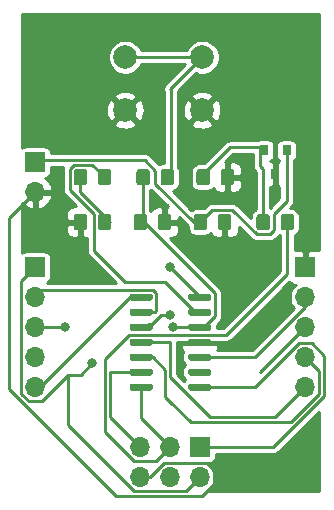
<source format=gbr>
%TF.GenerationSoftware,KiCad,Pcbnew,(5.1.6-0-10_14)*%
%TF.CreationDate,2020-10-01T20:29:49+09:00*%
%TF.ProjectId,hawk,6861776b-2e6b-4696-9361-645f70636258,rev?*%
%TF.SameCoordinates,Original*%
%TF.FileFunction,Copper,L1,Top*%
%TF.FilePolarity,Positive*%
%FSLAX46Y46*%
G04 Gerber Fmt 4.6, Leading zero omitted, Abs format (unit mm)*
G04 Created by KiCad (PCBNEW (5.1.6-0-10_14)) date 2020-10-01 20:29:49*
%MOMM*%
%LPD*%
G01*
G04 APERTURE LIST*
%TA.AperFunction,SMDPad,CuDef*%
%ADD10R,0.800000X0.900000*%
%TD*%
%TA.AperFunction,ComponentPad*%
%ADD11C,2.000000*%
%TD*%
%TA.AperFunction,ComponentPad*%
%ADD12O,1.700000X1.700000*%
%TD*%
%TA.AperFunction,ComponentPad*%
%ADD13R,1.700000X1.700000*%
%TD*%
%TA.AperFunction,ViaPad*%
%ADD14C,0.800000*%
%TD*%
%TA.AperFunction,Conductor*%
%ADD15C,0.250000*%
%TD*%
%TA.AperFunction,Conductor*%
%ADD16C,0.254000*%
%TD*%
G04 APERTURE END LIST*
D10*
%TO.P,U2,3*%
%TO.N,GND*%
X124460000Y-98790000D03*
%TO.P,U2,2*%
%TO.N,+3V3*%
X123510000Y-96790000D03*
%TO.P,U2,1*%
%TO.N,+BATT*%
X125410000Y-96790000D03*
%TD*%
%TO.P,U1,14*%
%TO.N,GPIO_3*%
%TA.AperFunction,SMDPad,CuDef*%
G36*
G01*
X117070000Y-109370000D02*
X117070000Y-109070000D01*
G75*
G02*
X117220000Y-108920000I150000J0D01*
G01*
X118870000Y-108920000D01*
G75*
G02*
X119020000Y-109070000I0J-150000D01*
G01*
X119020000Y-109370000D01*
G75*
G02*
X118870000Y-109520000I-150000J0D01*
G01*
X117220000Y-109520000D01*
G75*
G02*
X117070000Y-109370000I0J150000D01*
G01*
G37*
%TD.AperFunction*%
%TO.P,U1,13*%
%TO.N,LED*%
%TA.AperFunction,SMDPad,CuDef*%
G36*
G01*
X117070000Y-110640000D02*
X117070000Y-110340000D01*
G75*
G02*
X117220000Y-110190000I150000J0D01*
G01*
X118870000Y-110190000D01*
G75*
G02*
X119020000Y-110340000I0J-150000D01*
G01*
X119020000Y-110640000D01*
G75*
G02*
X118870000Y-110790000I-150000J0D01*
G01*
X117220000Y-110790000D01*
G75*
G02*
X117070000Y-110640000I0J150000D01*
G01*
G37*
%TD.AperFunction*%
%TO.P,U1,12*%
%TO.N,+3V3*%
%TA.AperFunction,SMDPad,CuDef*%
G36*
G01*
X117070000Y-111910000D02*
X117070000Y-111610000D01*
G75*
G02*
X117220000Y-111460000I150000J0D01*
G01*
X118870000Y-111460000D01*
G75*
G02*
X119020000Y-111610000I0J-150000D01*
G01*
X119020000Y-111910000D01*
G75*
G02*
X118870000Y-112060000I-150000J0D01*
G01*
X117220000Y-112060000D01*
G75*
G02*
X117070000Y-111910000I0J150000D01*
G01*
G37*
%TD.AperFunction*%
%TO.P,U1,11*%
%TO.N,GND*%
%TA.AperFunction,SMDPad,CuDef*%
G36*
G01*
X117070000Y-113180000D02*
X117070000Y-112880000D01*
G75*
G02*
X117220000Y-112730000I150000J0D01*
G01*
X118870000Y-112730000D01*
G75*
G02*
X119020000Y-112880000I0J-150000D01*
G01*
X119020000Y-113180000D01*
G75*
G02*
X118870000Y-113330000I-150000J0D01*
G01*
X117220000Y-113330000D01*
G75*
G02*
X117070000Y-113180000I0J150000D01*
G01*
G37*
%TD.AperFunction*%
%TO.P,U1,10*%
%TO.N,GPIO_8*%
%TA.AperFunction,SMDPad,CuDef*%
G36*
G01*
X117070000Y-114450000D02*
X117070000Y-114150000D01*
G75*
G02*
X117220000Y-114000000I150000J0D01*
G01*
X118870000Y-114000000D01*
G75*
G02*
X119020000Y-114150000I0J-150000D01*
G01*
X119020000Y-114450000D01*
G75*
G02*
X118870000Y-114600000I-150000J0D01*
G01*
X117220000Y-114600000D01*
G75*
G02*
X117070000Y-114450000I0J150000D01*
G01*
G37*
%TD.AperFunction*%
%TO.P,U1,9*%
%TO.N,GPIO_7*%
%TA.AperFunction,SMDPad,CuDef*%
G36*
G01*
X117070000Y-115720000D02*
X117070000Y-115420000D01*
G75*
G02*
X117220000Y-115270000I150000J0D01*
G01*
X118870000Y-115270000D01*
G75*
G02*
X119020000Y-115420000I0J-150000D01*
G01*
X119020000Y-115720000D01*
G75*
G02*
X118870000Y-115870000I-150000J0D01*
G01*
X117220000Y-115870000D01*
G75*
G02*
X117070000Y-115720000I0J150000D01*
G01*
G37*
%TD.AperFunction*%
%TO.P,U1,8*%
%TO.N,SWDIO*%
%TA.AperFunction,SMDPad,CuDef*%
G36*
G01*
X117070000Y-116990000D02*
X117070000Y-116690000D01*
G75*
G02*
X117220000Y-116540000I150000J0D01*
G01*
X118870000Y-116540000D01*
G75*
G02*
X119020000Y-116690000I0J-150000D01*
G01*
X119020000Y-116990000D01*
G75*
G02*
X118870000Y-117140000I-150000J0D01*
G01*
X117220000Y-117140000D01*
G75*
G02*
X117070000Y-116990000I0J150000D01*
G01*
G37*
%TD.AperFunction*%
%TO.P,U1,7*%
%TO.N,SWCLK*%
%TA.AperFunction,SMDPad,CuDef*%
G36*
G01*
X112120000Y-116990000D02*
X112120000Y-116690000D01*
G75*
G02*
X112270000Y-116540000I150000J0D01*
G01*
X113920000Y-116540000D01*
G75*
G02*
X114070000Y-116690000I0J-150000D01*
G01*
X114070000Y-116990000D01*
G75*
G02*
X113920000Y-117140000I-150000J0D01*
G01*
X112270000Y-117140000D01*
G75*
G02*
X112120000Y-116990000I0J150000D01*
G01*
G37*
%TD.AperFunction*%
%TO.P,U1,6*%
%TO.N,reset*%
%TA.AperFunction,SMDPad,CuDef*%
G36*
G01*
X112120000Y-115720000D02*
X112120000Y-115420000D01*
G75*
G02*
X112270000Y-115270000I150000J0D01*
G01*
X113920000Y-115270000D01*
G75*
G02*
X114070000Y-115420000I0J-150000D01*
G01*
X114070000Y-115720000D01*
G75*
G02*
X113920000Y-115870000I-150000J0D01*
G01*
X112270000Y-115870000D01*
G75*
G02*
X112120000Y-115720000I0J150000D01*
G01*
G37*
%TD.AperFunction*%
%TO.P,U1,5*%
%TO.N,GPIO_6*%
%TA.AperFunction,SMDPad,CuDef*%
G36*
G01*
X112120000Y-114450000D02*
X112120000Y-114150000D01*
G75*
G02*
X112270000Y-114000000I150000J0D01*
G01*
X113920000Y-114000000D01*
G75*
G02*
X114070000Y-114150000I0J-150000D01*
G01*
X114070000Y-114450000D01*
G75*
G02*
X113920000Y-114600000I-150000J0D01*
G01*
X112270000Y-114600000D01*
G75*
G02*
X112120000Y-114450000I0J150000D01*
G01*
G37*
%TD.AperFunction*%
%TO.P,U1,4*%
%TO.N,GPIO_5*%
%TA.AperFunction,SMDPad,CuDef*%
G36*
G01*
X112120000Y-113180000D02*
X112120000Y-112880000D01*
G75*
G02*
X112270000Y-112730000I150000J0D01*
G01*
X113920000Y-112730000D01*
G75*
G02*
X114070000Y-112880000I0J-150000D01*
G01*
X114070000Y-113180000D01*
G75*
G02*
X113920000Y-113330000I-150000J0D01*
G01*
X112270000Y-113330000D01*
G75*
G02*
X112120000Y-113180000I0J150000D01*
G01*
G37*
%TD.AperFunction*%
%TO.P,U1,3*%
%TO.N,GPIO_2*%
%TA.AperFunction,SMDPad,CuDef*%
G36*
G01*
X112120000Y-111910000D02*
X112120000Y-111610000D01*
G75*
G02*
X112270000Y-111460000I150000J0D01*
G01*
X113920000Y-111460000D01*
G75*
G02*
X114070000Y-111610000I0J-150000D01*
G01*
X114070000Y-111910000D01*
G75*
G02*
X113920000Y-112060000I-150000J0D01*
G01*
X112270000Y-112060000D01*
G75*
G02*
X112120000Y-111910000I0J150000D01*
G01*
G37*
%TD.AperFunction*%
%TO.P,U1,2*%
%TO.N,GPIO_1*%
%TA.AperFunction,SMDPad,CuDef*%
G36*
G01*
X112120000Y-110640000D02*
X112120000Y-110340000D01*
G75*
G02*
X112270000Y-110190000I150000J0D01*
G01*
X113920000Y-110190000D01*
G75*
G02*
X114070000Y-110340000I0J-150000D01*
G01*
X114070000Y-110640000D01*
G75*
G02*
X113920000Y-110790000I-150000J0D01*
G01*
X112270000Y-110790000D01*
G75*
G02*
X112120000Y-110640000I0J150000D01*
G01*
G37*
%TD.AperFunction*%
%TO.P,U1,1*%
%TO.N,GPIO_4*%
%TA.AperFunction,SMDPad,CuDef*%
G36*
G01*
X112120000Y-109370000D02*
X112120000Y-109070000D01*
G75*
G02*
X112270000Y-108920000I150000J0D01*
G01*
X113920000Y-108920000D01*
G75*
G02*
X114070000Y-109070000I0J-150000D01*
G01*
X114070000Y-109370000D01*
G75*
G02*
X113920000Y-109520000I-150000J0D01*
G01*
X112270000Y-109520000D01*
G75*
G02*
X112120000Y-109370000I0J150000D01*
G01*
G37*
%TD.AperFunction*%
%TD*%
D11*
%TO.P,SW1,1*%
%TO.N,reset*%
X118260000Y-88900000D03*
%TO.P,SW1,2*%
%TO.N,GND*%
X118260000Y-93400000D03*
%TO.P,SW1,1*%
%TO.N,reset*%
X111760000Y-88900000D03*
%TO.P,SW1,2*%
%TO.N,GND*%
X111760000Y-93400000D03*
%TD*%
%TO.P,R3,2*%
%TO.N,SWCLK*%
%TA.AperFunction,SMDPad,CuDef*%
G36*
G01*
X124910000Y-103320001D02*
X124910000Y-102419999D01*
G75*
G02*
X125159999Y-102170000I249999J0D01*
G01*
X125810001Y-102170000D01*
G75*
G02*
X126060000Y-102419999I0J-249999D01*
G01*
X126060000Y-103320001D01*
G75*
G02*
X125810001Y-103570000I-249999J0D01*
G01*
X125159999Y-103570000D01*
G75*
G02*
X124910000Y-103320001I0J249999D01*
G01*
G37*
%TD.AperFunction*%
%TO.P,R3,1*%
%TO.N,+3V3*%
%TA.AperFunction,SMDPad,CuDef*%
G36*
G01*
X122860000Y-103320001D02*
X122860000Y-102419999D01*
G75*
G02*
X123109999Y-102170000I249999J0D01*
G01*
X123760001Y-102170000D01*
G75*
G02*
X124010000Y-102419999I0J-249999D01*
G01*
X124010000Y-103320001D01*
G75*
G02*
X123760001Y-103570000I-249999J0D01*
G01*
X123109999Y-103570000D01*
G75*
G02*
X122860000Y-103320001I0J249999D01*
G01*
G37*
%TD.AperFunction*%
%TD*%
%TO.P,R2,2*%
%TO.N,Net-(D1-Pad1)*%
%TA.AperFunction,SMDPad,CuDef*%
G36*
G01*
X109425000Y-103320001D02*
X109425000Y-102419999D01*
G75*
G02*
X109674999Y-102170000I249999J0D01*
G01*
X110325001Y-102170000D01*
G75*
G02*
X110575000Y-102419999I0J-249999D01*
G01*
X110575000Y-103320001D01*
G75*
G02*
X110325001Y-103570000I-249999J0D01*
G01*
X109674999Y-103570000D01*
G75*
G02*
X109425000Y-103320001I0J249999D01*
G01*
G37*
%TD.AperFunction*%
%TO.P,R2,1*%
%TO.N,GND*%
%TA.AperFunction,SMDPad,CuDef*%
G36*
G01*
X107375000Y-103320001D02*
X107375000Y-102419999D01*
G75*
G02*
X107624999Y-102170000I249999J0D01*
G01*
X108275001Y-102170000D01*
G75*
G02*
X108525000Y-102419999I0J-249999D01*
G01*
X108525000Y-103320001D01*
G75*
G02*
X108275001Y-103570000I-249999J0D01*
G01*
X107624999Y-103570000D01*
G75*
G02*
X107375000Y-103320001I0J249999D01*
G01*
G37*
%TD.AperFunction*%
%TD*%
%TO.P,R1,2*%
%TO.N,reset*%
%TA.AperFunction,SMDPad,CuDef*%
G36*
G01*
X114750000Y-99510001D02*
X114750000Y-98609999D01*
G75*
G02*
X114999999Y-98360000I249999J0D01*
G01*
X115650001Y-98360000D01*
G75*
G02*
X115900000Y-98609999I0J-249999D01*
G01*
X115900000Y-99510001D01*
G75*
G02*
X115650001Y-99760000I-249999J0D01*
G01*
X114999999Y-99760000D01*
G75*
G02*
X114750000Y-99510001I0J249999D01*
G01*
G37*
%TD.AperFunction*%
%TO.P,R1,1*%
%TO.N,+3V3*%
%TA.AperFunction,SMDPad,CuDef*%
G36*
G01*
X112700000Y-99510001D02*
X112700000Y-98609999D01*
G75*
G02*
X112949999Y-98360000I249999J0D01*
G01*
X113600001Y-98360000D01*
G75*
G02*
X113850000Y-98609999I0J-249999D01*
G01*
X113850000Y-99510001D01*
G75*
G02*
X113600001Y-99760000I-249999J0D01*
G01*
X112949999Y-99760000D01*
G75*
G02*
X112700000Y-99510001I0J249999D01*
G01*
G37*
%TD.AperFunction*%
%TD*%
D12*
%TO.P,J3,2*%
%TO.N,GND*%
X104140000Y-100330000D03*
D13*
%TO.P,J3,1*%
%TO.N,+BATT*%
X104140000Y-97790000D03*
%TD*%
D12*
%TO.P,J2,5*%
%TO.N,GPIO_5*%
X127000000Y-116840000D03*
%TO.P,J2,4*%
%TO.N,GPIO_6*%
X127000000Y-114300000D03*
%TO.P,J2,3*%
%TO.N,GPIO_7*%
X127000000Y-111760000D03*
%TO.P,J2,2*%
%TO.N,GPIO_8*%
X127000000Y-109220000D03*
D13*
%TO.P,J2,1*%
%TO.N,GND*%
X127000000Y-106680000D03*
%TD*%
D12*
%TO.P,J1,5*%
%TO.N,GPIO_4*%
X104140000Y-116840000D03*
%TO.P,J1,4*%
%TO.N,GPIO_3*%
X104140000Y-114300000D03*
%TO.P,J1,3*%
%TO.N,GPIO_2*%
X104140000Y-111760000D03*
%TO.P,J1,2*%
%TO.N,GPIO_1*%
X104140000Y-109220000D03*
D13*
%TO.P,J1,1*%
%TO.N,+3V3*%
X104140000Y-106680000D03*
%TD*%
D12*
%TO.P,J0,6*%
%TO.N,GND*%
X113030000Y-124460000D03*
%TO.P,J0,5*%
%TO.N,reset*%
X113030000Y-121920000D03*
%TO.P,J0,4*%
%TO.N,Net-(J0-Pad4)*%
X115570000Y-124460000D03*
%TO.P,J0,3*%
%TO.N,SWCLK*%
X115570000Y-121920000D03*
%TO.P,J0,2*%
%TO.N,+3V3*%
X118110000Y-124460000D03*
D13*
%TO.P,J0,1*%
%TO.N,SWDIO*%
X118110000Y-121920000D03*
%TD*%
%TO.P,D1,2*%
%TO.N,LED*%
%TA.AperFunction,SMDPad,CuDef*%
G36*
G01*
X109425000Y-99510001D02*
X109425000Y-98609999D01*
G75*
G02*
X109674999Y-98360000I249999J0D01*
G01*
X110325001Y-98360000D01*
G75*
G02*
X110575000Y-98609999I0J-249999D01*
G01*
X110575000Y-99510001D01*
G75*
G02*
X110325001Y-99760000I-249999J0D01*
G01*
X109674999Y-99760000D01*
G75*
G02*
X109425000Y-99510001I0J249999D01*
G01*
G37*
%TD.AperFunction*%
%TO.P,D1,1*%
%TO.N,Net-(D1-Pad1)*%
%TA.AperFunction,SMDPad,CuDef*%
G36*
G01*
X107375000Y-99510001D02*
X107375000Y-98609999D01*
G75*
G02*
X107624999Y-98360000I249999J0D01*
G01*
X108275001Y-98360000D01*
G75*
G02*
X108525000Y-98609999I0J-249999D01*
G01*
X108525000Y-99510001D01*
G75*
G02*
X108275001Y-99760000I-249999J0D01*
G01*
X107624999Y-99760000D01*
G75*
G02*
X107375000Y-99510001I0J249999D01*
G01*
G37*
%TD.AperFunction*%
%TD*%
%TO.P,C3,2*%
%TO.N,GND*%
%TA.AperFunction,SMDPad,CuDef*%
G36*
G01*
X114505000Y-103320001D02*
X114505000Y-102419999D01*
G75*
G02*
X114754999Y-102170000I249999J0D01*
G01*
X115405001Y-102170000D01*
G75*
G02*
X115655000Y-102419999I0J-249999D01*
G01*
X115655000Y-103320001D01*
G75*
G02*
X115405001Y-103570000I-249999J0D01*
G01*
X114754999Y-103570000D01*
G75*
G02*
X114505000Y-103320001I0J249999D01*
G01*
G37*
%TD.AperFunction*%
%TO.P,C3,1*%
%TO.N,+3V3*%
%TA.AperFunction,SMDPad,CuDef*%
G36*
G01*
X112455000Y-103320001D02*
X112455000Y-102419999D01*
G75*
G02*
X112704999Y-102170000I249999J0D01*
G01*
X113355001Y-102170000D01*
G75*
G02*
X113605000Y-102419999I0J-249999D01*
G01*
X113605000Y-103320001D01*
G75*
G02*
X113355001Y-103570000I-249999J0D01*
G01*
X112704999Y-103570000D01*
G75*
G02*
X112455000Y-103320001I0J249999D01*
G01*
G37*
%TD.AperFunction*%
%TD*%
%TO.P,C2,2*%
%TO.N,GND*%
%TA.AperFunction,SMDPad,CuDef*%
G36*
G01*
X119585000Y-103320001D02*
X119585000Y-102419999D01*
G75*
G02*
X119834999Y-102170000I249999J0D01*
G01*
X120485001Y-102170000D01*
G75*
G02*
X120735000Y-102419999I0J-249999D01*
G01*
X120735000Y-103320001D01*
G75*
G02*
X120485001Y-103570000I-249999J0D01*
G01*
X119834999Y-103570000D01*
G75*
G02*
X119585000Y-103320001I0J249999D01*
G01*
G37*
%TD.AperFunction*%
%TO.P,C2,1*%
%TO.N,+BATT*%
%TA.AperFunction,SMDPad,CuDef*%
G36*
G01*
X117535000Y-103320001D02*
X117535000Y-102419999D01*
G75*
G02*
X117784999Y-102170000I249999J0D01*
G01*
X118435001Y-102170000D01*
G75*
G02*
X118685000Y-102419999I0J-249999D01*
G01*
X118685000Y-103320001D01*
G75*
G02*
X118435001Y-103570000I-249999J0D01*
G01*
X117784999Y-103570000D01*
G75*
G02*
X117535000Y-103320001I0J249999D01*
G01*
G37*
%TD.AperFunction*%
%TD*%
%TO.P,C1,2*%
%TO.N,GND*%
%TA.AperFunction,SMDPad,CuDef*%
G36*
G01*
X119830000Y-99510001D02*
X119830000Y-98609999D01*
G75*
G02*
X120079999Y-98360000I249999J0D01*
G01*
X120730001Y-98360000D01*
G75*
G02*
X120980000Y-98609999I0J-249999D01*
G01*
X120980000Y-99510001D01*
G75*
G02*
X120730001Y-99760000I-249999J0D01*
G01*
X120079999Y-99760000D01*
G75*
G02*
X119830000Y-99510001I0J249999D01*
G01*
G37*
%TD.AperFunction*%
%TO.P,C1,1*%
%TO.N,+3V3*%
%TA.AperFunction,SMDPad,CuDef*%
G36*
G01*
X117780000Y-99510001D02*
X117780000Y-98609999D01*
G75*
G02*
X118029999Y-98360000I249999J0D01*
G01*
X118680001Y-98360000D01*
G75*
G02*
X118930000Y-98609999I0J-249999D01*
G01*
X118930000Y-99510001D01*
G75*
G02*
X118680001Y-99760000I-249999J0D01*
G01*
X118029999Y-99760000D01*
G75*
G02*
X117780000Y-99510001I0J249999D01*
G01*
G37*
%TD.AperFunction*%
%TD*%
D14*
%TO.N,GND*%
X104140000Y-87630000D03*
X104140000Y-90170000D03*
X104140000Y-92710000D03*
X104140000Y-95250000D03*
X127000000Y-87630000D03*
X127000000Y-90170000D03*
X127000000Y-92710000D03*
X127000000Y-95250000D03*
X107950000Y-86360000D03*
X110490000Y-86360000D03*
X114300000Y-86360000D03*
X118110000Y-86360000D03*
X120650000Y-86360000D03*
X123190000Y-86360000D03*
X125730000Y-86360000D03*
X105410000Y-86360000D03*
%TO.N,+3V3*%
X115824000Y-111760000D03*
X108966000Y-114808000D03*
%TO.N,GPIO_3*%
X115570000Y-106680000D03*
%TO.N,GPIO_2*%
X106680000Y-111760000D03*
X115570000Y-110744000D03*
%TD*%
D15*
%TO.N,GND*%
X101950010Y-117025422D02*
X101950010Y-102519990D01*
X118223991Y-126085011D02*
X111009599Y-126085011D01*
X111009599Y-126085011D02*
X101950010Y-117025422D01*
X119285001Y-125024001D02*
X118223991Y-126085011D01*
X119285001Y-123895999D02*
X119285001Y-125024001D01*
X118674001Y-123284999D02*
X119285001Y-123895999D01*
X113030000Y-124460000D02*
X113830998Y-124460000D01*
X115005999Y-123284999D02*
X118674001Y-123284999D01*
X113830998Y-124460000D02*
X115005999Y-123284999D01*
X101950010Y-102519990D02*
X104140000Y-100330000D01*
%TO.N,+3V3*%
X113275000Y-99060000D02*
X113275000Y-102625000D01*
X118355000Y-99060000D02*
X118355000Y-98815000D01*
X118355000Y-98815000D02*
X120650000Y-96520000D01*
X120650000Y-96520000D02*
X123190000Y-96520000D01*
X123435000Y-98379998D02*
X123190000Y-98134998D01*
X123435000Y-102870000D02*
X123435000Y-98379998D01*
X123190000Y-98134998D02*
X123190000Y-96520000D01*
X102964999Y-107855001D02*
X102964999Y-117404001D01*
X103575999Y-118015001D02*
X104704001Y-118015001D01*
X102964999Y-117404001D02*
X103575999Y-118015001D01*
X104140000Y-106680000D02*
X102964999Y-107855001D01*
X119345010Y-110836758D02*
X118421768Y-111760000D01*
X119345010Y-108873242D02*
X119345010Y-110836758D01*
X113341768Y-102870000D02*
X119345010Y-108873242D01*
X113030000Y-102870000D02*
X113341768Y-102870000D01*
X118421768Y-111760000D02*
X118110000Y-111760000D01*
X116934999Y-125635001D02*
X112465999Y-125635001D01*
X106914501Y-120083503D02*
X106914501Y-115804501D01*
X112465999Y-125635001D02*
X106914501Y-120083503D01*
X118110000Y-124460000D02*
X116934999Y-125635001D01*
X104704001Y-118015001D02*
X106914501Y-115804501D01*
X106914501Y-115804501D02*
X107969499Y-115804501D01*
X107969499Y-115804501D02*
X108966000Y-114808000D01*
X108966000Y-114808000D02*
X108966000Y-114808000D01*
X118045000Y-111760000D02*
X117602000Y-111760000D01*
X118045000Y-111760000D02*
X116586000Y-111760000D01*
X115824000Y-111760000D02*
X116586000Y-111760000D01*
%TO.N,+BATT*%
X120821800Y-101844990D02*
X119135010Y-101844990D01*
X122871820Y-103895010D02*
X120821800Y-101844990D01*
X124335010Y-102181820D02*
X124335010Y-103558180D01*
X124335010Y-103558180D02*
X123998180Y-103895010D01*
X125410000Y-96790000D02*
X125410000Y-101106830D01*
X125410000Y-101106830D02*
X124335010Y-102181820D01*
X123998180Y-103895010D02*
X122871820Y-103895010D01*
X119135010Y-101844990D02*
X118110000Y-102870000D01*
X114300000Y-99623190D02*
X117546810Y-102870000D01*
X113388170Y-97584980D02*
X114300000Y-98496810D01*
X114300000Y-98496810D02*
X114300000Y-99623190D01*
X104345020Y-97584980D02*
X113388170Y-97584980D01*
X104140000Y-97790000D02*
X104345020Y-97584980D01*
X117546810Y-102870000D02*
X118110000Y-102870000D01*
%TO.N,LED*%
X109099990Y-102181820D02*
X109099990Y-105289990D01*
X110000000Y-99060000D02*
X108974990Y-98034990D01*
X107049990Y-100131820D02*
X109099990Y-102181820D01*
X107049990Y-98371820D02*
X107049990Y-100131820D01*
X107386820Y-98034990D02*
X107049990Y-98371820D01*
X109099990Y-105289990D02*
X111760000Y-107950000D01*
X108974990Y-98034990D02*
X107386820Y-98034990D01*
X115128232Y-107950000D02*
X117668232Y-110490000D01*
X111760000Y-107950000D02*
X115128232Y-107950000D01*
%TO.N,Net-(D1-Pad1)*%
X110000000Y-102870000D02*
X110000000Y-102380000D01*
X107950000Y-99060000D02*
X107950000Y-100330000D01*
X107950000Y-100330000D02*
X110490000Y-102870000D01*
%TO.N,reset*%
X113095000Y-115570000D02*
X110490000Y-115570000D01*
X110490000Y-115570000D02*
X110490000Y-119380000D01*
X110490000Y-119380000D02*
X113030000Y-121920000D01*
X111760000Y-88900000D02*
X118110000Y-88900000D01*
X118260000Y-88900000D02*
X115645000Y-91515000D01*
X115645000Y-91515000D02*
X115645000Y-98985000D01*
X115645000Y-91515000D02*
X115570000Y-91590000D01*
%TO.N,SWCLK*%
X113095000Y-116840000D02*
X113095000Y-119445000D01*
X113095000Y-119445000D02*
X115570000Y-121920000D01*
X112465999Y-123095001D02*
X114394999Y-123095001D01*
X110039991Y-120668993D02*
X112465999Y-123095001D01*
X110039991Y-114438241D02*
X110039991Y-120668993D01*
X112073242Y-112404990D02*
X110039991Y-114438241D01*
X120316778Y-112404990D02*
X112073242Y-112404990D01*
X125485000Y-107236768D02*
X120316778Y-112404990D01*
X125485000Y-102870000D02*
X125485000Y-107236768D01*
X114394999Y-123095001D02*
X115570000Y-121920000D01*
%TO.N,SWDIO*%
X126435999Y-113124999D02*
X122720998Y-116840000D01*
X118110000Y-121920000D02*
X124295412Y-121920000D01*
X127564001Y-113124999D02*
X126435999Y-113124999D01*
X128625011Y-114186009D02*
X127564001Y-113124999D01*
X128625011Y-117590401D02*
X128625011Y-114186009D01*
X124295412Y-121920000D02*
X128625011Y-117590401D01*
X122720998Y-116840000D02*
X118110000Y-116840000D01*
%TO.N,GPIO_4*%
X112120000Y-109220000D02*
X104500000Y-116840000D01*
X113095000Y-109220000D02*
X112120000Y-109220000D01*
X104500000Y-116840000D02*
X104140000Y-116840000D01*
%TO.N,GPIO_3*%
X118045000Y-109220000D02*
X118110000Y-109220000D01*
X118110000Y-109220000D02*
X115570000Y-106680000D01*
%TO.N,GPIO_2*%
X104140000Y-111760000D02*
X106680000Y-111760000D01*
X106680000Y-111760000D02*
X106680000Y-111760000D01*
X115570000Y-110744000D02*
X114808000Y-110744000D01*
X114808000Y-110744000D02*
X114046000Y-111506000D01*
X114046000Y-111506000D02*
X113792000Y-111506000D01*
X113792000Y-111506000D02*
X113538000Y-111760000D01*
%TO.N,GPIO_1*%
X113095000Y-110490000D02*
X114300000Y-110490000D01*
X114116758Y-108594990D02*
X104765010Y-108594990D01*
X114395010Y-108873242D02*
X114116758Y-108594990D01*
X114395010Y-110394990D02*
X114395010Y-108873242D01*
X114300000Y-110490000D02*
X114395010Y-110394990D01*
X104765010Y-108594990D02*
X104140000Y-109220000D01*
%TO.N,GPIO_5*%
X127000000Y-116840000D02*
X124460000Y-119380000D01*
X118938232Y-119380000D02*
X115570000Y-116011768D01*
X124460000Y-119380000D02*
X118938232Y-119380000D01*
X115570000Y-116011768D02*
X115570000Y-113030000D01*
X115570000Y-113030000D02*
X113030000Y-113030000D01*
%TO.N,GPIO_6*%
X115119990Y-115349990D02*
X115119990Y-117659990D01*
X114070000Y-114300000D02*
X115119990Y-115349990D01*
X113095000Y-114300000D02*
X114070000Y-114300000D01*
X115119990Y-117659990D02*
X115570000Y-118110000D01*
X128175001Y-117404001D02*
X125748993Y-119830009D01*
X128175001Y-115475001D02*
X128175001Y-117404001D01*
X125748993Y-119830009D02*
X117290009Y-119830009D01*
X127000000Y-114300000D02*
X128175001Y-115475001D01*
X117290009Y-119830009D02*
X115570000Y-118110000D01*
%TO.N,GPIO_7*%
X127000000Y-111760000D02*
X123190000Y-115570000D01*
%TO.N,GPIO_8*%
X122720998Y-114300000D02*
X127000000Y-110020998D01*
X118045000Y-114300000D02*
X122720998Y-114300000D01*
%TD*%
D16*
%TO.N,GND*%
G36*
X128143000Y-125603000D02*
G01*
X118787916Y-125603000D01*
X118955913Y-125490748D01*
X119140748Y-125305913D01*
X119285972Y-125088570D01*
X119386004Y-124847072D01*
X119437000Y-124590698D01*
X119437000Y-124329302D01*
X119386004Y-124072928D01*
X119285972Y-123831430D01*
X119140748Y-123614087D01*
X118955913Y-123429252D01*
X118738570Y-123284028D01*
X118654746Y-123249307D01*
X118960000Y-123249307D01*
X119053508Y-123240097D01*
X119143423Y-123212822D01*
X119226289Y-123168529D01*
X119298921Y-123108921D01*
X119358529Y-123036289D01*
X119402822Y-122953423D01*
X119430097Y-122863508D01*
X119439307Y-122770000D01*
X119439307Y-122522000D01*
X124265856Y-122522000D01*
X124295412Y-122524911D01*
X124324968Y-122522000D01*
X124324978Y-122522000D01*
X124413424Y-122513289D01*
X124526902Y-122478866D01*
X124631483Y-122422966D01*
X124723149Y-122347737D01*
X124742001Y-122324766D01*
X128143000Y-118923768D01*
X128143000Y-125603000D01*
G37*
X128143000Y-125603000D02*
X118787916Y-125603000D01*
X118955913Y-125490748D01*
X119140748Y-125305913D01*
X119285972Y-125088570D01*
X119386004Y-124847072D01*
X119437000Y-124590698D01*
X119437000Y-124329302D01*
X119386004Y-124072928D01*
X119285972Y-123831430D01*
X119140748Y-123614087D01*
X118955913Y-123429252D01*
X118738570Y-123284028D01*
X118654746Y-123249307D01*
X118960000Y-123249307D01*
X119053508Y-123240097D01*
X119143423Y-123212822D01*
X119226289Y-123168529D01*
X119298921Y-123108921D01*
X119358529Y-123036289D01*
X119402822Y-122953423D01*
X119430097Y-122863508D01*
X119439307Y-122770000D01*
X119439307Y-122522000D01*
X124265856Y-122522000D01*
X124295412Y-122524911D01*
X124324968Y-122522000D01*
X124324978Y-122522000D01*
X124413424Y-122513289D01*
X124526902Y-122478866D01*
X124631483Y-122422966D01*
X124723149Y-122347737D01*
X124742001Y-122324766D01*
X128143000Y-118923768D01*
X128143000Y-125603000D01*
G36*
X113157000Y-124333000D02*
G01*
X113177000Y-124333000D01*
X113177000Y-124587000D01*
X113157000Y-124587000D01*
X113157000Y-124607000D01*
X112903000Y-124607000D01*
X112903000Y-124587000D01*
X112883000Y-124587000D01*
X112883000Y-124333000D01*
X112903000Y-124333000D01*
X112903000Y-124313000D01*
X113157000Y-124313000D01*
X113157000Y-124333000D01*
G37*
X113157000Y-124333000D02*
X113177000Y-124333000D01*
X113177000Y-124587000D01*
X113157000Y-124587000D01*
X113157000Y-124607000D01*
X112903000Y-124607000D01*
X112903000Y-124587000D01*
X112883000Y-124587000D01*
X112883000Y-124333000D01*
X112903000Y-124333000D01*
X112903000Y-124313000D01*
X113157000Y-124313000D01*
X113157000Y-124333000D01*
G36*
X125698815Y-107981185D02*
G01*
X125795506Y-108060537D01*
X125905820Y-108119502D01*
X126025518Y-108155812D01*
X126150000Y-108168072D01*
X126186079Y-108167876D01*
X126154087Y-108189252D01*
X125969252Y-108374087D01*
X125824028Y-108591430D01*
X125723996Y-108832928D01*
X125673000Y-109089302D01*
X125673000Y-109350698D01*
X125723996Y-109607072D01*
X125824028Y-109848570D01*
X125969252Y-110065913D01*
X126036491Y-110133152D01*
X122471643Y-113698000D01*
X119539453Y-113698000D01*
X119550537Y-113684494D01*
X119609502Y-113574180D01*
X119645812Y-113454482D01*
X119658072Y-113330000D01*
X119655000Y-113315750D01*
X119496250Y-113157000D01*
X118172000Y-113157000D01*
X118172000Y-113177000D01*
X117918000Y-113177000D01*
X117918000Y-113157000D01*
X116593750Y-113157000D01*
X116435000Y-113315750D01*
X116431928Y-113330000D01*
X116444188Y-113454482D01*
X116480498Y-113574180D01*
X116539463Y-113684494D01*
X116618815Y-113781185D01*
X116680117Y-113831494D01*
X116638596Y-113909175D01*
X116602785Y-114027228D01*
X116590693Y-114150000D01*
X116590693Y-114450000D01*
X116602785Y-114572772D01*
X116638596Y-114690825D01*
X116696750Y-114799624D01*
X116775013Y-114894987D01*
X116823769Y-114935000D01*
X116775013Y-114975013D01*
X116696750Y-115070376D01*
X116638596Y-115179175D01*
X116602785Y-115297228D01*
X116590693Y-115420000D01*
X116590693Y-115720000D01*
X116602785Y-115842772D01*
X116638596Y-115960825D01*
X116696750Y-116069624D01*
X116775013Y-116164987D01*
X116823769Y-116205000D01*
X116775013Y-116245013D01*
X116720736Y-116311149D01*
X116172000Y-115762413D01*
X116172000Y-113059566D01*
X116174912Y-113030000D01*
X116172646Y-113006990D01*
X120287222Y-113006990D01*
X120316778Y-113009901D01*
X120346334Y-113006990D01*
X120346344Y-113006990D01*
X120434790Y-112998279D01*
X120548268Y-112963856D01*
X120652849Y-112907956D01*
X120744515Y-112832727D01*
X120763367Y-112809756D01*
X125650640Y-107922484D01*
X125698815Y-107981185D01*
G37*
X125698815Y-107981185D02*
X125795506Y-108060537D01*
X125905820Y-108119502D01*
X126025518Y-108155812D01*
X126150000Y-108168072D01*
X126186079Y-108167876D01*
X126154087Y-108189252D01*
X125969252Y-108374087D01*
X125824028Y-108591430D01*
X125723996Y-108832928D01*
X125673000Y-109089302D01*
X125673000Y-109350698D01*
X125723996Y-109607072D01*
X125824028Y-109848570D01*
X125969252Y-110065913D01*
X126036491Y-110133152D01*
X122471643Y-113698000D01*
X119539453Y-113698000D01*
X119550537Y-113684494D01*
X119609502Y-113574180D01*
X119645812Y-113454482D01*
X119658072Y-113330000D01*
X119655000Y-113315750D01*
X119496250Y-113157000D01*
X118172000Y-113157000D01*
X118172000Y-113177000D01*
X117918000Y-113177000D01*
X117918000Y-113157000D01*
X116593750Y-113157000D01*
X116435000Y-113315750D01*
X116431928Y-113330000D01*
X116444188Y-113454482D01*
X116480498Y-113574180D01*
X116539463Y-113684494D01*
X116618815Y-113781185D01*
X116680117Y-113831494D01*
X116638596Y-113909175D01*
X116602785Y-114027228D01*
X116590693Y-114150000D01*
X116590693Y-114450000D01*
X116602785Y-114572772D01*
X116638596Y-114690825D01*
X116696750Y-114799624D01*
X116775013Y-114894987D01*
X116823769Y-114935000D01*
X116775013Y-114975013D01*
X116696750Y-115070376D01*
X116638596Y-115179175D01*
X116602785Y-115297228D01*
X116590693Y-115420000D01*
X116590693Y-115720000D01*
X116602785Y-115842772D01*
X116638596Y-115960825D01*
X116696750Y-116069624D01*
X116775013Y-116164987D01*
X116823769Y-116205000D01*
X116775013Y-116245013D01*
X116720736Y-116311149D01*
X116172000Y-115762413D01*
X116172000Y-113059566D01*
X116174912Y-113030000D01*
X116172646Y-113006990D01*
X120287222Y-113006990D01*
X120316778Y-113009901D01*
X120346334Y-113006990D01*
X120346344Y-113006990D01*
X120434790Y-112998279D01*
X120548268Y-112963856D01*
X120652849Y-112907956D01*
X120744515Y-112832727D01*
X120763367Y-112809756D01*
X125650640Y-107922484D01*
X125698815Y-107981185D01*
G36*
X115363102Y-101537648D02*
G01*
X115207000Y-101693750D01*
X115207000Y-102743000D01*
X116131250Y-102743000D01*
X116290000Y-102584250D01*
X116290881Y-102465427D01*
X117055693Y-103230239D01*
X117055693Y-103320001D01*
X117069706Y-103462282D01*
X117111208Y-103599094D01*
X117178603Y-103725182D01*
X117269302Y-103835698D01*
X117379818Y-103926397D01*
X117505906Y-103993792D01*
X117642718Y-104035294D01*
X117784999Y-104049307D01*
X118435001Y-104049307D01*
X118577282Y-104035294D01*
X118714094Y-103993792D01*
X118840182Y-103926397D01*
X118950698Y-103835698D01*
X118988174Y-103790034D01*
X118995498Y-103814180D01*
X119054463Y-103924494D01*
X119133815Y-104021185D01*
X119230506Y-104100537D01*
X119340820Y-104159502D01*
X119460518Y-104195812D01*
X119585000Y-104208072D01*
X119874250Y-104205000D01*
X120033000Y-104046250D01*
X120033000Y-102997000D01*
X120013000Y-102997000D01*
X120013000Y-102743000D01*
X120033000Y-102743000D01*
X120033000Y-102723000D01*
X120287000Y-102723000D01*
X120287000Y-102743000D01*
X120307000Y-102743000D01*
X120307000Y-102997000D01*
X120287000Y-102997000D01*
X120287000Y-104046250D01*
X120445750Y-104205000D01*
X120735000Y-104208072D01*
X120859482Y-104195812D01*
X120979180Y-104159502D01*
X121089494Y-104100537D01*
X121186185Y-104021185D01*
X121265537Y-103924494D01*
X121324502Y-103814180D01*
X121360812Y-103694482D01*
X121373072Y-103570000D01*
X121370663Y-103245209D01*
X122425240Y-104299787D01*
X122444083Y-104322747D01*
X122467043Y-104341590D01*
X122467047Y-104341594D01*
X122522736Y-104387296D01*
X122535749Y-104397976D01*
X122640330Y-104453876D01*
X122753808Y-104488299D01*
X122842254Y-104497010D01*
X122842263Y-104497010D01*
X122871819Y-104499921D01*
X122901376Y-104497010D01*
X123968624Y-104497010D01*
X123998180Y-104499921D01*
X124027736Y-104497010D01*
X124027746Y-104497010D01*
X124116192Y-104488299D01*
X124229670Y-104453876D01*
X124334251Y-104397976D01*
X124425917Y-104322747D01*
X124444769Y-104299776D01*
X124739776Y-104004769D01*
X124762747Y-103985917D01*
X124794283Y-103947491D01*
X124880906Y-103993792D01*
X124883000Y-103994427D01*
X124883001Y-106987411D01*
X120067423Y-111802990D01*
X119499307Y-111802990D01*
X119499307Y-111610000D01*
X119492476Y-111540648D01*
X119749787Y-111283338D01*
X119772747Y-111264495D01*
X119791590Y-111241535D01*
X119791594Y-111241531D01*
X119847975Y-111172830D01*
X119847976Y-111172829D01*
X119903876Y-111068248D01*
X119938299Y-110954770D01*
X119947010Y-110866324D01*
X119947010Y-110866315D01*
X119949921Y-110836759D01*
X119947010Y-110807202D01*
X119947010Y-108902798D01*
X119949921Y-108873241D01*
X119947010Y-108843685D01*
X119947010Y-108843676D01*
X119938299Y-108755230D01*
X119903876Y-108641752D01*
X119847976Y-108537171D01*
X119837296Y-108524158D01*
X119791594Y-108468469D01*
X119791590Y-108468465D01*
X119772747Y-108445505D01*
X119749788Y-108426663D01*
X115529867Y-104206743D01*
X115655000Y-104208072D01*
X115779482Y-104195812D01*
X115899180Y-104159502D01*
X116009494Y-104100537D01*
X116106185Y-104021185D01*
X116185537Y-103924494D01*
X116244502Y-103814180D01*
X116280812Y-103694482D01*
X116293072Y-103570000D01*
X116290000Y-103155750D01*
X116131250Y-102997000D01*
X115207000Y-102997000D01*
X115207000Y-103017000D01*
X114953000Y-103017000D01*
X114953000Y-102997000D01*
X114933000Y-102997000D01*
X114933000Y-102743000D01*
X114953000Y-102743000D01*
X114953000Y-101693750D01*
X114794250Y-101535000D01*
X114505000Y-101531928D01*
X114380518Y-101544188D01*
X114260820Y-101580498D01*
X114150506Y-101639463D01*
X114053815Y-101718815D01*
X113974463Y-101815506D01*
X113915498Y-101925820D01*
X113908174Y-101949966D01*
X113877000Y-101911981D01*
X113877000Y-100184427D01*
X113879094Y-100183792D01*
X113963911Y-100138456D01*
X115363102Y-101537648D01*
G37*
X115363102Y-101537648D02*
X115207000Y-101693750D01*
X115207000Y-102743000D01*
X116131250Y-102743000D01*
X116290000Y-102584250D01*
X116290881Y-102465427D01*
X117055693Y-103230239D01*
X117055693Y-103320001D01*
X117069706Y-103462282D01*
X117111208Y-103599094D01*
X117178603Y-103725182D01*
X117269302Y-103835698D01*
X117379818Y-103926397D01*
X117505906Y-103993792D01*
X117642718Y-104035294D01*
X117784999Y-104049307D01*
X118435001Y-104049307D01*
X118577282Y-104035294D01*
X118714094Y-103993792D01*
X118840182Y-103926397D01*
X118950698Y-103835698D01*
X118988174Y-103790034D01*
X118995498Y-103814180D01*
X119054463Y-103924494D01*
X119133815Y-104021185D01*
X119230506Y-104100537D01*
X119340820Y-104159502D01*
X119460518Y-104195812D01*
X119585000Y-104208072D01*
X119874250Y-104205000D01*
X120033000Y-104046250D01*
X120033000Y-102997000D01*
X120013000Y-102997000D01*
X120013000Y-102743000D01*
X120033000Y-102743000D01*
X120033000Y-102723000D01*
X120287000Y-102723000D01*
X120287000Y-102743000D01*
X120307000Y-102743000D01*
X120307000Y-102997000D01*
X120287000Y-102997000D01*
X120287000Y-104046250D01*
X120445750Y-104205000D01*
X120735000Y-104208072D01*
X120859482Y-104195812D01*
X120979180Y-104159502D01*
X121089494Y-104100537D01*
X121186185Y-104021185D01*
X121265537Y-103924494D01*
X121324502Y-103814180D01*
X121360812Y-103694482D01*
X121373072Y-103570000D01*
X121370663Y-103245209D01*
X122425240Y-104299787D01*
X122444083Y-104322747D01*
X122467043Y-104341590D01*
X122467047Y-104341594D01*
X122522736Y-104387296D01*
X122535749Y-104397976D01*
X122640330Y-104453876D01*
X122753808Y-104488299D01*
X122842254Y-104497010D01*
X122842263Y-104497010D01*
X122871819Y-104499921D01*
X122901376Y-104497010D01*
X123968624Y-104497010D01*
X123998180Y-104499921D01*
X124027736Y-104497010D01*
X124027746Y-104497010D01*
X124116192Y-104488299D01*
X124229670Y-104453876D01*
X124334251Y-104397976D01*
X124425917Y-104322747D01*
X124444769Y-104299776D01*
X124739776Y-104004769D01*
X124762747Y-103985917D01*
X124794283Y-103947491D01*
X124880906Y-103993792D01*
X124883000Y-103994427D01*
X124883001Y-106987411D01*
X120067423Y-111802990D01*
X119499307Y-111802990D01*
X119499307Y-111610000D01*
X119492476Y-111540648D01*
X119749787Y-111283338D01*
X119772747Y-111264495D01*
X119791590Y-111241535D01*
X119791594Y-111241531D01*
X119847975Y-111172830D01*
X119847976Y-111172829D01*
X119903876Y-111068248D01*
X119938299Y-110954770D01*
X119947010Y-110866324D01*
X119947010Y-110866315D01*
X119949921Y-110836759D01*
X119947010Y-110807202D01*
X119947010Y-108902798D01*
X119949921Y-108873241D01*
X119947010Y-108843685D01*
X119947010Y-108843676D01*
X119938299Y-108755230D01*
X119903876Y-108641752D01*
X119847976Y-108537171D01*
X119837296Y-108524158D01*
X119791594Y-108468469D01*
X119791590Y-108468465D01*
X119772747Y-108445505D01*
X119749788Y-108426663D01*
X115529867Y-104206743D01*
X115655000Y-104208072D01*
X115779482Y-104195812D01*
X115899180Y-104159502D01*
X116009494Y-104100537D01*
X116106185Y-104021185D01*
X116185537Y-103924494D01*
X116244502Y-103814180D01*
X116280812Y-103694482D01*
X116293072Y-103570000D01*
X116290000Y-103155750D01*
X116131250Y-102997000D01*
X115207000Y-102997000D01*
X115207000Y-103017000D01*
X114953000Y-103017000D01*
X114953000Y-102997000D01*
X114933000Y-102997000D01*
X114933000Y-102743000D01*
X114953000Y-102743000D01*
X114953000Y-101693750D01*
X114794250Y-101535000D01*
X114505000Y-101531928D01*
X114380518Y-101544188D01*
X114260820Y-101580498D01*
X114150506Y-101639463D01*
X114053815Y-101718815D01*
X113974463Y-101815506D01*
X113915498Y-101925820D01*
X113908174Y-101949966D01*
X113877000Y-101911981D01*
X113877000Y-100184427D01*
X113879094Y-100183792D01*
X113963911Y-100138456D01*
X115363102Y-101537648D01*
G36*
X106456701Y-98253809D02*
G01*
X106447990Y-98342255D01*
X106447990Y-98342264D01*
X106445079Y-98371820D01*
X106447990Y-98401377D01*
X106447991Y-100102254D01*
X106445079Y-100131820D01*
X106456702Y-100249832D01*
X106491124Y-100363309D01*
X106536399Y-100448012D01*
X106547025Y-100467891D01*
X106622254Y-100559557D01*
X106645219Y-100578404D01*
X107601144Y-101534330D01*
X107375000Y-101531928D01*
X107250518Y-101544188D01*
X107130820Y-101580498D01*
X107020506Y-101639463D01*
X106923815Y-101718815D01*
X106844463Y-101815506D01*
X106785498Y-101925820D01*
X106749188Y-102045518D01*
X106736928Y-102170000D01*
X106740000Y-102584250D01*
X106898750Y-102743000D01*
X107823000Y-102743000D01*
X107823000Y-102723000D01*
X108077000Y-102723000D01*
X108077000Y-102743000D01*
X108097000Y-102743000D01*
X108097000Y-102997000D01*
X108077000Y-102997000D01*
X108077000Y-104046250D01*
X108235750Y-104205000D01*
X108497991Y-104207785D01*
X108497991Y-105260424D01*
X108495079Y-105289990D01*
X108506702Y-105408002D01*
X108541124Y-105521479D01*
X108597025Y-105626061D01*
X108672254Y-105717727D01*
X108695219Y-105736574D01*
X110951633Y-107992990D01*
X105106937Y-107992990D01*
X105173423Y-107972822D01*
X105256289Y-107928529D01*
X105328921Y-107868921D01*
X105388529Y-107796289D01*
X105432822Y-107713423D01*
X105460097Y-107623508D01*
X105469307Y-107530000D01*
X105469307Y-105830000D01*
X105460097Y-105736492D01*
X105432822Y-105646577D01*
X105388529Y-105563711D01*
X105328921Y-105491079D01*
X105256289Y-105431471D01*
X105173423Y-105387178D01*
X105083508Y-105359903D01*
X104990000Y-105350693D01*
X103290000Y-105350693D01*
X103196492Y-105359903D01*
X103106577Y-105387178D01*
X103023711Y-105431471D01*
X102997000Y-105453392D01*
X102997000Y-103570000D01*
X106736928Y-103570000D01*
X106749188Y-103694482D01*
X106785498Y-103814180D01*
X106844463Y-103924494D01*
X106923815Y-104021185D01*
X107020506Y-104100537D01*
X107130820Y-104159502D01*
X107250518Y-104195812D01*
X107375000Y-104208072D01*
X107664250Y-104205000D01*
X107823000Y-104046250D01*
X107823000Y-102997000D01*
X106898750Y-102997000D01*
X106740000Y-103155750D01*
X106736928Y-103570000D01*
X102997000Y-103570000D01*
X102997000Y-101269386D01*
X103042412Y-101330269D01*
X103258645Y-101525178D01*
X103508748Y-101674157D01*
X103783109Y-101771481D01*
X104013000Y-101650814D01*
X104013000Y-100457000D01*
X104267000Y-100457000D01*
X104267000Y-101650814D01*
X104496891Y-101771481D01*
X104771252Y-101674157D01*
X105021355Y-101525178D01*
X105237588Y-101330269D01*
X105411641Y-101096920D01*
X105536825Y-100834099D01*
X105581476Y-100686890D01*
X105460155Y-100457000D01*
X104267000Y-100457000D01*
X104013000Y-100457000D01*
X103993000Y-100457000D01*
X103993000Y-100203000D01*
X104013000Y-100203000D01*
X104013000Y-100183000D01*
X104267000Y-100183000D01*
X104267000Y-100203000D01*
X105460155Y-100203000D01*
X105581476Y-99973110D01*
X105536825Y-99825901D01*
X105411641Y-99563080D01*
X105237588Y-99329731D01*
X105021355Y-99134822D01*
X104994555Y-99118858D01*
X105083508Y-99110097D01*
X105173423Y-99082822D01*
X105256289Y-99038529D01*
X105328921Y-98978921D01*
X105388529Y-98906289D01*
X105432822Y-98823423D01*
X105460097Y-98733508D01*
X105469307Y-98640000D01*
X105469307Y-98186980D01*
X106476973Y-98186980D01*
X106456701Y-98253809D01*
G37*
X106456701Y-98253809D02*
X106447990Y-98342255D01*
X106447990Y-98342264D01*
X106445079Y-98371820D01*
X106447990Y-98401377D01*
X106447991Y-100102254D01*
X106445079Y-100131820D01*
X106456702Y-100249832D01*
X106491124Y-100363309D01*
X106536399Y-100448012D01*
X106547025Y-100467891D01*
X106622254Y-100559557D01*
X106645219Y-100578404D01*
X107601144Y-101534330D01*
X107375000Y-101531928D01*
X107250518Y-101544188D01*
X107130820Y-101580498D01*
X107020506Y-101639463D01*
X106923815Y-101718815D01*
X106844463Y-101815506D01*
X106785498Y-101925820D01*
X106749188Y-102045518D01*
X106736928Y-102170000D01*
X106740000Y-102584250D01*
X106898750Y-102743000D01*
X107823000Y-102743000D01*
X107823000Y-102723000D01*
X108077000Y-102723000D01*
X108077000Y-102743000D01*
X108097000Y-102743000D01*
X108097000Y-102997000D01*
X108077000Y-102997000D01*
X108077000Y-104046250D01*
X108235750Y-104205000D01*
X108497991Y-104207785D01*
X108497991Y-105260424D01*
X108495079Y-105289990D01*
X108506702Y-105408002D01*
X108541124Y-105521479D01*
X108597025Y-105626061D01*
X108672254Y-105717727D01*
X108695219Y-105736574D01*
X110951633Y-107992990D01*
X105106937Y-107992990D01*
X105173423Y-107972822D01*
X105256289Y-107928529D01*
X105328921Y-107868921D01*
X105388529Y-107796289D01*
X105432822Y-107713423D01*
X105460097Y-107623508D01*
X105469307Y-107530000D01*
X105469307Y-105830000D01*
X105460097Y-105736492D01*
X105432822Y-105646577D01*
X105388529Y-105563711D01*
X105328921Y-105491079D01*
X105256289Y-105431471D01*
X105173423Y-105387178D01*
X105083508Y-105359903D01*
X104990000Y-105350693D01*
X103290000Y-105350693D01*
X103196492Y-105359903D01*
X103106577Y-105387178D01*
X103023711Y-105431471D01*
X102997000Y-105453392D01*
X102997000Y-103570000D01*
X106736928Y-103570000D01*
X106749188Y-103694482D01*
X106785498Y-103814180D01*
X106844463Y-103924494D01*
X106923815Y-104021185D01*
X107020506Y-104100537D01*
X107130820Y-104159502D01*
X107250518Y-104195812D01*
X107375000Y-104208072D01*
X107664250Y-104205000D01*
X107823000Y-104046250D01*
X107823000Y-102997000D01*
X106898750Y-102997000D01*
X106740000Y-103155750D01*
X106736928Y-103570000D01*
X102997000Y-103570000D01*
X102997000Y-101269386D01*
X103042412Y-101330269D01*
X103258645Y-101525178D01*
X103508748Y-101674157D01*
X103783109Y-101771481D01*
X104013000Y-101650814D01*
X104013000Y-100457000D01*
X104267000Y-100457000D01*
X104267000Y-101650814D01*
X104496891Y-101771481D01*
X104771252Y-101674157D01*
X105021355Y-101525178D01*
X105237588Y-101330269D01*
X105411641Y-101096920D01*
X105536825Y-100834099D01*
X105581476Y-100686890D01*
X105460155Y-100457000D01*
X104267000Y-100457000D01*
X104013000Y-100457000D01*
X103993000Y-100457000D01*
X103993000Y-100203000D01*
X104013000Y-100203000D01*
X104013000Y-100183000D01*
X104267000Y-100183000D01*
X104267000Y-100203000D01*
X105460155Y-100203000D01*
X105581476Y-99973110D01*
X105536825Y-99825901D01*
X105411641Y-99563080D01*
X105237588Y-99329731D01*
X105021355Y-99134822D01*
X104994555Y-99118858D01*
X105083508Y-99110097D01*
X105173423Y-99082822D01*
X105256289Y-99038529D01*
X105328921Y-98978921D01*
X105388529Y-98906289D01*
X105432822Y-98823423D01*
X105460097Y-98733508D01*
X105469307Y-98640000D01*
X105469307Y-98186980D01*
X106476973Y-98186980D01*
X106456701Y-98253809D01*
G36*
X128143000Y-105266593D02*
G01*
X128094180Y-105240498D01*
X127974482Y-105204188D01*
X127850000Y-105191928D01*
X127285750Y-105195000D01*
X127127000Y-105353750D01*
X127127000Y-106553000D01*
X127147000Y-106553000D01*
X127147000Y-106807000D01*
X127127000Y-106807000D01*
X127127000Y-106827000D01*
X126873000Y-106827000D01*
X126873000Y-106807000D01*
X126853000Y-106807000D01*
X126853000Y-106553000D01*
X126873000Y-106553000D01*
X126873000Y-105353750D01*
X126714250Y-105195000D01*
X126150000Y-105191928D01*
X126087000Y-105198133D01*
X126087000Y-103994427D01*
X126089094Y-103993792D01*
X126215182Y-103926397D01*
X126325698Y-103835698D01*
X126416397Y-103725182D01*
X126483792Y-103599094D01*
X126525294Y-103462282D01*
X126539307Y-103320001D01*
X126539307Y-102419999D01*
X126525294Y-102277718D01*
X126483792Y-102140906D01*
X126416397Y-102014818D01*
X126325698Y-101904302D01*
X126215182Y-101813603D01*
X126089094Y-101746208D01*
X125952282Y-101704706D01*
X125810001Y-101690693D01*
X125677494Y-101690693D01*
X125814777Y-101553410D01*
X125837737Y-101534567D01*
X125856580Y-101511607D01*
X125856584Y-101511603D01*
X125912965Y-101442902D01*
X125936749Y-101398406D01*
X125968866Y-101338320D01*
X126003289Y-101224842D01*
X126012000Y-101136396D01*
X126012000Y-101136387D01*
X126014911Y-101106831D01*
X126012000Y-101077274D01*
X126012000Y-97672892D01*
X126076289Y-97638529D01*
X126148921Y-97578921D01*
X126208529Y-97506289D01*
X126252822Y-97423423D01*
X126280097Y-97333508D01*
X126289307Y-97240000D01*
X126289307Y-96340000D01*
X126280097Y-96246492D01*
X126252822Y-96156577D01*
X126208529Y-96073711D01*
X126148921Y-96001079D01*
X126076289Y-95941471D01*
X125993423Y-95897178D01*
X125903508Y-95869903D01*
X125810000Y-95860693D01*
X125010000Y-95860693D01*
X124916492Y-95869903D01*
X124826577Y-95897178D01*
X124743711Y-95941471D01*
X124671079Y-96001079D01*
X124611471Y-96073711D01*
X124567178Y-96156577D01*
X124539903Y-96246492D01*
X124530693Y-96340000D01*
X124530693Y-97240000D01*
X124539903Y-97333508D01*
X124567178Y-97423423D01*
X124611471Y-97506289D01*
X124671079Y-97578921D01*
X124743711Y-97638529D01*
X124808000Y-97672892D01*
X124808000Y-97703326D01*
X124745750Y-97705000D01*
X124587000Y-97863750D01*
X124587000Y-98663000D01*
X124607000Y-98663000D01*
X124607000Y-98917000D01*
X124587000Y-98917000D01*
X124587000Y-99716250D01*
X124745750Y-99875000D01*
X124808001Y-99876674D01*
X124808001Y-100857472D01*
X124037000Y-101628475D01*
X124037000Y-99875807D01*
X124060000Y-99878072D01*
X124174250Y-99875000D01*
X124333000Y-99716250D01*
X124333000Y-98917000D01*
X124313000Y-98917000D01*
X124313000Y-98663000D01*
X124333000Y-98663000D01*
X124333000Y-97863750D01*
X124174250Y-97705000D01*
X124060000Y-97701928D01*
X124016225Y-97706239D01*
X124093423Y-97682822D01*
X124176289Y-97638529D01*
X124248921Y-97578921D01*
X124308529Y-97506289D01*
X124352822Y-97423423D01*
X124380097Y-97333508D01*
X124389307Y-97240000D01*
X124389307Y-96340000D01*
X124380097Y-96246492D01*
X124352822Y-96156577D01*
X124308529Y-96073711D01*
X124248921Y-96001079D01*
X124176289Y-95941471D01*
X124093423Y-95897178D01*
X124003508Y-95869903D01*
X123910000Y-95860693D01*
X123110000Y-95860693D01*
X123016492Y-95869903D01*
X122926577Y-95897178D01*
X122887622Y-95918000D01*
X120679556Y-95918000D01*
X120649999Y-95915089D01*
X120620443Y-95918000D01*
X120620434Y-95918000D01*
X120531988Y-95926711D01*
X120418510Y-95961134D01*
X120313929Y-96017034D01*
X120313927Y-96017035D01*
X120313928Y-96017035D01*
X120245227Y-96073416D01*
X120245223Y-96073420D01*
X120222263Y-96092263D01*
X120203420Y-96115223D01*
X118437952Y-97880693D01*
X118029999Y-97880693D01*
X117887718Y-97894706D01*
X117750906Y-97936208D01*
X117624818Y-98003603D01*
X117514302Y-98094302D01*
X117423603Y-98204818D01*
X117356208Y-98330906D01*
X117314706Y-98467718D01*
X117300693Y-98609999D01*
X117300693Y-99510001D01*
X117314706Y-99652282D01*
X117356208Y-99789094D01*
X117423603Y-99915182D01*
X117514302Y-100025698D01*
X117624818Y-100116397D01*
X117750906Y-100183792D01*
X117887718Y-100225294D01*
X118029999Y-100239307D01*
X118680001Y-100239307D01*
X118822282Y-100225294D01*
X118959094Y-100183792D01*
X119085182Y-100116397D01*
X119195698Y-100025698D01*
X119233174Y-99980034D01*
X119240498Y-100004180D01*
X119299463Y-100114494D01*
X119378815Y-100211185D01*
X119475506Y-100290537D01*
X119585820Y-100349502D01*
X119705518Y-100385812D01*
X119830000Y-100398072D01*
X120119250Y-100395000D01*
X120278000Y-100236250D01*
X120278000Y-99187000D01*
X120532000Y-99187000D01*
X120532000Y-100236250D01*
X120690750Y-100395000D01*
X120980000Y-100398072D01*
X121104482Y-100385812D01*
X121224180Y-100349502D01*
X121334494Y-100290537D01*
X121431185Y-100211185D01*
X121510537Y-100114494D01*
X121569502Y-100004180D01*
X121605812Y-99884482D01*
X121618072Y-99760000D01*
X121615000Y-99345750D01*
X121456250Y-99187000D01*
X120532000Y-99187000D01*
X120278000Y-99187000D01*
X120258000Y-99187000D01*
X120258000Y-98933000D01*
X120278000Y-98933000D01*
X120278000Y-97883750D01*
X120532000Y-97883750D01*
X120532000Y-98933000D01*
X121456250Y-98933000D01*
X121615000Y-98774250D01*
X121618072Y-98360000D01*
X121605812Y-98235518D01*
X121569502Y-98115820D01*
X121510537Y-98005506D01*
X121431185Y-97908815D01*
X121334494Y-97829463D01*
X121224180Y-97770498D01*
X121104482Y-97734188D01*
X120980000Y-97721928D01*
X120690750Y-97725000D01*
X120532000Y-97883750D01*
X120278000Y-97883750D01*
X120207803Y-97813553D01*
X120899357Y-97122000D01*
X122588001Y-97122000D01*
X122588000Y-98105441D01*
X122585089Y-98134998D01*
X122588000Y-98164554D01*
X122588000Y-98164563D01*
X122596711Y-98253009D01*
X122631134Y-98366487D01*
X122687034Y-98471068D01*
X122762263Y-98562735D01*
X122785233Y-98581586D01*
X122833001Y-98629354D01*
X122833000Y-101745573D01*
X122830906Y-101746208D01*
X122704818Y-101813603D01*
X122594302Y-101904302D01*
X122503603Y-102014818D01*
X122436208Y-102140906D01*
X122394706Y-102277718D01*
X122380693Y-102419999D01*
X122380693Y-102552527D01*
X121268389Y-101440224D01*
X121249537Y-101417253D01*
X121157871Y-101342024D01*
X121053290Y-101286124D01*
X120939812Y-101251701D01*
X120851366Y-101242990D01*
X120851356Y-101242990D01*
X120821800Y-101240079D01*
X120792244Y-101242990D01*
X119164566Y-101242990D01*
X119135009Y-101240079D01*
X119105453Y-101242990D01*
X119105444Y-101242990D01*
X119016998Y-101251701D01*
X118903520Y-101286124D01*
X118798939Y-101342024D01*
X118707273Y-101417253D01*
X118688426Y-101440219D01*
X118437687Y-101690958D01*
X118435001Y-101690693D01*
X117784999Y-101690693D01*
X117642718Y-101704706D01*
X117505906Y-101746208D01*
X117379818Y-101813603D01*
X117358920Y-101830754D01*
X115756940Y-100228775D01*
X115792282Y-100225294D01*
X115929094Y-100183792D01*
X116055182Y-100116397D01*
X116165698Y-100025698D01*
X116256397Y-99915182D01*
X116323792Y-99789094D01*
X116365294Y-99652282D01*
X116379307Y-99510001D01*
X116379307Y-98609999D01*
X116365294Y-98467718D01*
X116323792Y-98330906D01*
X116256397Y-98204818D01*
X116247000Y-98193368D01*
X116247000Y-94535413D01*
X117304192Y-94535413D01*
X117399956Y-94799814D01*
X117689571Y-94940704D01*
X118001108Y-95022384D01*
X118322595Y-95041718D01*
X118641675Y-94997961D01*
X118946088Y-94892795D01*
X119120044Y-94799814D01*
X119215808Y-94535413D01*
X118260000Y-93579605D01*
X117304192Y-94535413D01*
X116247000Y-94535413D01*
X116247000Y-93462595D01*
X116618282Y-93462595D01*
X116662039Y-93781675D01*
X116767205Y-94086088D01*
X116860186Y-94260044D01*
X117124587Y-94355808D01*
X118080395Y-93400000D01*
X118439605Y-93400000D01*
X119395413Y-94355808D01*
X119659814Y-94260044D01*
X119800704Y-93970429D01*
X119882384Y-93658892D01*
X119901718Y-93337405D01*
X119857961Y-93018325D01*
X119752795Y-92713912D01*
X119659814Y-92539956D01*
X119395413Y-92444192D01*
X118439605Y-93400000D01*
X118080395Y-93400000D01*
X117124587Y-92444192D01*
X116860186Y-92539956D01*
X116719296Y-92829571D01*
X116637616Y-93141108D01*
X116618282Y-93462595D01*
X116247000Y-93462595D01*
X116247000Y-92264587D01*
X117304192Y-92264587D01*
X118260000Y-93220395D01*
X119215808Y-92264587D01*
X119120044Y-92000186D01*
X118830429Y-91859296D01*
X118518892Y-91777616D01*
X118197405Y-91758282D01*
X117878325Y-91802039D01*
X117573912Y-91907205D01*
X117399956Y-92000186D01*
X117304192Y-92264587D01*
X116247000Y-92264587D01*
X116247000Y-91764355D01*
X117731553Y-90279804D01*
X117829175Y-90320240D01*
X118114528Y-90377000D01*
X118405472Y-90377000D01*
X118690825Y-90320240D01*
X118959622Y-90208901D01*
X119201533Y-90047261D01*
X119407261Y-89841533D01*
X119568901Y-89599622D01*
X119680240Y-89330825D01*
X119737000Y-89045472D01*
X119737000Y-88754528D01*
X119680240Y-88469175D01*
X119568901Y-88200378D01*
X119407261Y-87958467D01*
X119201533Y-87752739D01*
X118959622Y-87591099D01*
X118690825Y-87479760D01*
X118405472Y-87423000D01*
X118114528Y-87423000D01*
X117829175Y-87479760D01*
X117560378Y-87591099D01*
X117318467Y-87752739D01*
X117112739Y-87958467D01*
X116951099Y-88200378D01*
X116910663Y-88298000D01*
X113109337Y-88298000D01*
X113068901Y-88200378D01*
X112907261Y-87958467D01*
X112701533Y-87752739D01*
X112459622Y-87591099D01*
X112190825Y-87479760D01*
X111905472Y-87423000D01*
X111614528Y-87423000D01*
X111329175Y-87479760D01*
X111060378Y-87591099D01*
X110818467Y-87752739D01*
X110612739Y-87958467D01*
X110451099Y-88200378D01*
X110339760Y-88469175D01*
X110283000Y-88754528D01*
X110283000Y-89045472D01*
X110339760Y-89330825D01*
X110451099Y-89599622D01*
X110612739Y-89841533D01*
X110818467Y-90047261D01*
X111060378Y-90208901D01*
X111329175Y-90320240D01*
X111614528Y-90377000D01*
X111905472Y-90377000D01*
X112190825Y-90320240D01*
X112459622Y-90208901D01*
X112701533Y-90047261D01*
X112907261Y-89841533D01*
X113068901Y-89599622D01*
X113109337Y-89502000D01*
X116806644Y-89502000D01*
X115240234Y-91068411D01*
X115217263Y-91087263D01*
X115198412Y-91110233D01*
X115123416Y-91185229D01*
X115067035Y-91253929D01*
X115011134Y-91358511D01*
X114976712Y-91471988D01*
X114965089Y-91590000D01*
X114976712Y-91708012D01*
X115011134Y-91821489D01*
X115043000Y-91881105D01*
X115043001Y-97880693D01*
X114999999Y-97880693D01*
X114857718Y-97894706D01*
X114720906Y-97936208D01*
X114636090Y-97981543D01*
X113834758Y-97180213D01*
X113815907Y-97157243D01*
X113724241Y-97082014D01*
X113619660Y-97026114D01*
X113506182Y-96991691D01*
X113417736Y-96982980D01*
X113417726Y-96982980D01*
X113388170Y-96980069D01*
X113358614Y-96982980D01*
X105469307Y-96982980D01*
X105469307Y-96940000D01*
X105460097Y-96846492D01*
X105432822Y-96756577D01*
X105388529Y-96673711D01*
X105328921Y-96601079D01*
X105256289Y-96541471D01*
X105173423Y-96497178D01*
X105083508Y-96469903D01*
X104990000Y-96460693D01*
X103290000Y-96460693D01*
X103196492Y-96469903D01*
X103106577Y-96497178D01*
X103023711Y-96541471D01*
X102997000Y-96563392D01*
X102997000Y-94535413D01*
X110804192Y-94535413D01*
X110899956Y-94799814D01*
X111189571Y-94940704D01*
X111501108Y-95022384D01*
X111822595Y-95041718D01*
X112141675Y-94997961D01*
X112446088Y-94892795D01*
X112620044Y-94799814D01*
X112715808Y-94535413D01*
X111760000Y-93579605D01*
X110804192Y-94535413D01*
X102997000Y-94535413D01*
X102997000Y-93462595D01*
X110118282Y-93462595D01*
X110162039Y-93781675D01*
X110267205Y-94086088D01*
X110360186Y-94260044D01*
X110624587Y-94355808D01*
X111580395Y-93400000D01*
X111939605Y-93400000D01*
X112895413Y-94355808D01*
X113159814Y-94260044D01*
X113300704Y-93970429D01*
X113382384Y-93658892D01*
X113401718Y-93337405D01*
X113357961Y-93018325D01*
X113252795Y-92713912D01*
X113159814Y-92539956D01*
X112895413Y-92444192D01*
X111939605Y-93400000D01*
X111580395Y-93400000D01*
X110624587Y-92444192D01*
X110360186Y-92539956D01*
X110219296Y-92829571D01*
X110137616Y-93141108D01*
X110118282Y-93462595D01*
X102997000Y-93462595D01*
X102997000Y-92264587D01*
X110804192Y-92264587D01*
X111760000Y-93220395D01*
X112715808Y-92264587D01*
X112620044Y-92000186D01*
X112330429Y-91859296D01*
X112018892Y-91777616D01*
X111697405Y-91758282D01*
X111378325Y-91802039D01*
X111073912Y-91907205D01*
X110899956Y-92000186D01*
X110804192Y-92264587D01*
X102997000Y-92264587D01*
X102997000Y-85217000D01*
X128143000Y-85217000D01*
X128143000Y-105266593D01*
G37*
X128143000Y-105266593D02*
X128094180Y-105240498D01*
X127974482Y-105204188D01*
X127850000Y-105191928D01*
X127285750Y-105195000D01*
X127127000Y-105353750D01*
X127127000Y-106553000D01*
X127147000Y-106553000D01*
X127147000Y-106807000D01*
X127127000Y-106807000D01*
X127127000Y-106827000D01*
X126873000Y-106827000D01*
X126873000Y-106807000D01*
X126853000Y-106807000D01*
X126853000Y-106553000D01*
X126873000Y-106553000D01*
X126873000Y-105353750D01*
X126714250Y-105195000D01*
X126150000Y-105191928D01*
X126087000Y-105198133D01*
X126087000Y-103994427D01*
X126089094Y-103993792D01*
X126215182Y-103926397D01*
X126325698Y-103835698D01*
X126416397Y-103725182D01*
X126483792Y-103599094D01*
X126525294Y-103462282D01*
X126539307Y-103320001D01*
X126539307Y-102419999D01*
X126525294Y-102277718D01*
X126483792Y-102140906D01*
X126416397Y-102014818D01*
X126325698Y-101904302D01*
X126215182Y-101813603D01*
X126089094Y-101746208D01*
X125952282Y-101704706D01*
X125810001Y-101690693D01*
X125677494Y-101690693D01*
X125814777Y-101553410D01*
X125837737Y-101534567D01*
X125856580Y-101511607D01*
X125856584Y-101511603D01*
X125912965Y-101442902D01*
X125936749Y-101398406D01*
X125968866Y-101338320D01*
X126003289Y-101224842D01*
X126012000Y-101136396D01*
X126012000Y-101136387D01*
X126014911Y-101106831D01*
X126012000Y-101077274D01*
X126012000Y-97672892D01*
X126076289Y-97638529D01*
X126148921Y-97578921D01*
X126208529Y-97506289D01*
X126252822Y-97423423D01*
X126280097Y-97333508D01*
X126289307Y-97240000D01*
X126289307Y-96340000D01*
X126280097Y-96246492D01*
X126252822Y-96156577D01*
X126208529Y-96073711D01*
X126148921Y-96001079D01*
X126076289Y-95941471D01*
X125993423Y-95897178D01*
X125903508Y-95869903D01*
X125810000Y-95860693D01*
X125010000Y-95860693D01*
X124916492Y-95869903D01*
X124826577Y-95897178D01*
X124743711Y-95941471D01*
X124671079Y-96001079D01*
X124611471Y-96073711D01*
X124567178Y-96156577D01*
X124539903Y-96246492D01*
X124530693Y-96340000D01*
X124530693Y-97240000D01*
X124539903Y-97333508D01*
X124567178Y-97423423D01*
X124611471Y-97506289D01*
X124671079Y-97578921D01*
X124743711Y-97638529D01*
X124808000Y-97672892D01*
X124808000Y-97703326D01*
X124745750Y-97705000D01*
X124587000Y-97863750D01*
X124587000Y-98663000D01*
X124607000Y-98663000D01*
X124607000Y-98917000D01*
X124587000Y-98917000D01*
X124587000Y-99716250D01*
X124745750Y-99875000D01*
X124808001Y-99876674D01*
X124808001Y-100857472D01*
X124037000Y-101628475D01*
X124037000Y-99875807D01*
X124060000Y-99878072D01*
X124174250Y-99875000D01*
X124333000Y-99716250D01*
X124333000Y-98917000D01*
X124313000Y-98917000D01*
X124313000Y-98663000D01*
X124333000Y-98663000D01*
X124333000Y-97863750D01*
X124174250Y-97705000D01*
X124060000Y-97701928D01*
X124016225Y-97706239D01*
X124093423Y-97682822D01*
X124176289Y-97638529D01*
X124248921Y-97578921D01*
X124308529Y-97506289D01*
X124352822Y-97423423D01*
X124380097Y-97333508D01*
X124389307Y-97240000D01*
X124389307Y-96340000D01*
X124380097Y-96246492D01*
X124352822Y-96156577D01*
X124308529Y-96073711D01*
X124248921Y-96001079D01*
X124176289Y-95941471D01*
X124093423Y-95897178D01*
X124003508Y-95869903D01*
X123910000Y-95860693D01*
X123110000Y-95860693D01*
X123016492Y-95869903D01*
X122926577Y-95897178D01*
X122887622Y-95918000D01*
X120679556Y-95918000D01*
X120649999Y-95915089D01*
X120620443Y-95918000D01*
X120620434Y-95918000D01*
X120531988Y-95926711D01*
X120418510Y-95961134D01*
X120313929Y-96017034D01*
X120313927Y-96017035D01*
X120313928Y-96017035D01*
X120245227Y-96073416D01*
X120245223Y-96073420D01*
X120222263Y-96092263D01*
X120203420Y-96115223D01*
X118437952Y-97880693D01*
X118029999Y-97880693D01*
X117887718Y-97894706D01*
X117750906Y-97936208D01*
X117624818Y-98003603D01*
X117514302Y-98094302D01*
X117423603Y-98204818D01*
X117356208Y-98330906D01*
X117314706Y-98467718D01*
X117300693Y-98609999D01*
X117300693Y-99510001D01*
X117314706Y-99652282D01*
X117356208Y-99789094D01*
X117423603Y-99915182D01*
X117514302Y-100025698D01*
X117624818Y-100116397D01*
X117750906Y-100183792D01*
X117887718Y-100225294D01*
X118029999Y-100239307D01*
X118680001Y-100239307D01*
X118822282Y-100225294D01*
X118959094Y-100183792D01*
X119085182Y-100116397D01*
X119195698Y-100025698D01*
X119233174Y-99980034D01*
X119240498Y-100004180D01*
X119299463Y-100114494D01*
X119378815Y-100211185D01*
X119475506Y-100290537D01*
X119585820Y-100349502D01*
X119705518Y-100385812D01*
X119830000Y-100398072D01*
X120119250Y-100395000D01*
X120278000Y-100236250D01*
X120278000Y-99187000D01*
X120532000Y-99187000D01*
X120532000Y-100236250D01*
X120690750Y-100395000D01*
X120980000Y-100398072D01*
X121104482Y-100385812D01*
X121224180Y-100349502D01*
X121334494Y-100290537D01*
X121431185Y-100211185D01*
X121510537Y-100114494D01*
X121569502Y-100004180D01*
X121605812Y-99884482D01*
X121618072Y-99760000D01*
X121615000Y-99345750D01*
X121456250Y-99187000D01*
X120532000Y-99187000D01*
X120278000Y-99187000D01*
X120258000Y-99187000D01*
X120258000Y-98933000D01*
X120278000Y-98933000D01*
X120278000Y-97883750D01*
X120532000Y-97883750D01*
X120532000Y-98933000D01*
X121456250Y-98933000D01*
X121615000Y-98774250D01*
X121618072Y-98360000D01*
X121605812Y-98235518D01*
X121569502Y-98115820D01*
X121510537Y-98005506D01*
X121431185Y-97908815D01*
X121334494Y-97829463D01*
X121224180Y-97770498D01*
X121104482Y-97734188D01*
X120980000Y-97721928D01*
X120690750Y-97725000D01*
X120532000Y-97883750D01*
X120278000Y-97883750D01*
X120207803Y-97813553D01*
X120899357Y-97122000D01*
X122588001Y-97122000D01*
X122588000Y-98105441D01*
X122585089Y-98134998D01*
X122588000Y-98164554D01*
X122588000Y-98164563D01*
X122596711Y-98253009D01*
X122631134Y-98366487D01*
X122687034Y-98471068D01*
X122762263Y-98562735D01*
X122785233Y-98581586D01*
X122833001Y-98629354D01*
X122833000Y-101745573D01*
X122830906Y-101746208D01*
X122704818Y-101813603D01*
X122594302Y-101904302D01*
X122503603Y-102014818D01*
X122436208Y-102140906D01*
X122394706Y-102277718D01*
X122380693Y-102419999D01*
X122380693Y-102552527D01*
X121268389Y-101440224D01*
X121249537Y-101417253D01*
X121157871Y-101342024D01*
X121053290Y-101286124D01*
X120939812Y-101251701D01*
X120851366Y-101242990D01*
X120851356Y-101242990D01*
X120821800Y-101240079D01*
X120792244Y-101242990D01*
X119164566Y-101242990D01*
X119135009Y-101240079D01*
X119105453Y-101242990D01*
X119105444Y-101242990D01*
X119016998Y-101251701D01*
X118903520Y-101286124D01*
X118798939Y-101342024D01*
X118707273Y-101417253D01*
X118688426Y-101440219D01*
X118437687Y-101690958D01*
X118435001Y-101690693D01*
X117784999Y-101690693D01*
X117642718Y-101704706D01*
X117505906Y-101746208D01*
X117379818Y-101813603D01*
X117358920Y-101830754D01*
X115756940Y-100228775D01*
X115792282Y-100225294D01*
X115929094Y-100183792D01*
X116055182Y-100116397D01*
X116165698Y-100025698D01*
X116256397Y-99915182D01*
X116323792Y-99789094D01*
X116365294Y-99652282D01*
X116379307Y-99510001D01*
X116379307Y-98609999D01*
X116365294Y-98467718D01*
X116323792Y-98330906D01*
X116256397Y-98204818D01*
X116247000Y-98193368D01*
X116247000Y-94535413D01*
X117304192Y-94535413D01*
X117399956Y-94799814D01*
X117689571Y-94940704D01*
X118001108Y-95022384D01*
X118322595Y-95041718D01*
X118641675Y-94997961D01*
X118946088Y-94892795D01*
X119120044Y-94799814D01*
X119215808Y-94535413D01*
X118260000Y-93579605D01*
X117304192Y-94535413D01*
X116247000Y-94535413D01*
X116247000Y-93462595D01*
X116618282Y-93462595D01*
X116662039Y-93781675D01*
X116767205Y-94086088D01*
X116860186Y-94260044D01*
X117124587Y-94355808D01*
X118080395Y-93400000D01*
X118439605Y-93400000D01*
X119395413Y-94355808D01*
X119659814Y-94260044D01*
X119800704Y-93970429D01*
X119882384Y-93658892D01*
X119901718Y-93337405D01*
X119857961Y-93018325D01*
X119752795Y-92713912D01*
X119659814Y-92539956D01*
X119395413Y-92444192D01*
X118439605Y-93400000D01*
X118080395Y-93400000D01*
X117124587Y-92444192D01*
X116860186Y-92539956D01*
X116719296Y-92829571D01*
X116637616Y-93141108D01*
X116618282Y-93462595D01*
X116247000Y-93462595D01*
X116247000Y-92264587D01*
X117304192Y-92264587D01*
X118260000Y-93220395D01*
X119215808Y-92264587D01*
X119120044Y-92000186D01*
X118830429Y-91859296D01*
X118518892Y-91777616D01*
X118197405Y-91758282D01*
X117878325Y-91802039D01*
X117573912Y-91907205D01*
X117399956Y-92000186D01*
X117304192Y-92264587D01*
X116247000Y-92264587D01*
X116247000Y-91764355D01*
X117731553Y-90279804D01*
X117829175Y-90320240D01*
X118114528Y-90377000D01*
X118405472Y-90377000D01*
X118690825Y-90320240D01*
X118959622Y-90208901D01*
X119201533Y-90047261D01*
X119407261Y-89841533D01*
X119568901Y-89599622D01*
X119680240Y-89330825D01*
X119737000Y-89045472D01*
X119737000Y-88754528D01*
X119680240Y-88469175D01*
X119568901Y-88200378D01*
X119407261Y-87958467D01*
X119201533Y-87752739D01*
X118959622Y-87591099D01*
X118690825Y-87479760D01*
X118405472Y-87423000D01*
X118114528Y-87423000D01*
X117829175Y-87479760D01*
X117560378Y-87591099D01*
X117318467Y-87752739D01*
X117112739Y-87958467D01*
X116951099Y-88200378D01*
X116910663Y-88298000D01*
X113109337Y-88298000D01*
X113068901Y-88200378D01*
X112907261Y-87958467D01*
X112701533Y-87752739D01*
X112459622Y-87591099D01*
X112190825Y-87479760D01*
X111905472Y-87423000D01*
X111614528Y-87423000D01*
X111329175Y-87479760D01*
X111060378Y-87591099D01*
X110818467Y-87752739D01*
X110612739Y-87958467D01*
X110451099Y-88200378D01*
X110339760Y-88469175D01*
X110283000Y-88754528D01*
X110283000Y-89045472D01*
X110339760Y-89330825D01*
X110451099Y-89599622D01*
X110612739Y-89841533D01*
X110818467Y-90047261D01*
X111060378Y-90208901D01*
X111329175Y-90320240D01*
X111614528Y-90377000D01*
X111905472Y-90377000D01*
X112190825Y-90320240D01*
X112459622Y-90208901D01*
X112701533Y-90047261D01*
X112907261Y-89841533D01*
X113068901Y-89599622D01*
X113109337Y-89502000D01*
X116806644Y-89502000D01*
X115240234Y-91068411D01*
X115217263Y-91087263D01*
X115198412Y-91110233D01*
X115123416Y-91185229D01*
X115067035Y-91253929D01*
X115011134Y-91358511D01*
X114976712Y-91471988D01*
X114965089Y-91590000D01*
X114976712Y-91708012D01*
X115011134Y-91821489D01*
X115043000Y-91881105D01*
X115043001Y-97880693D01*
X114999999Y-97880693D01*
X114857718Y-97894706D01*
X114720906Y-97936208D01*
X114636090Y-97981543D01*
X113834758Y-97180213D01*
X113815907Y-97157243D01*
X113724241Y-97082014D01*
X113619660Y-97026114D01*
X113506182Y-96991691D01*
X113417736Y-96982980D01*
X113417726Y-96982980D01*
X113388170Y-96980069D01*
X113358614Y-96982980D01*
X105469307Y-96982980D01*
X105469307Y-96940000D01*
X105460097Y-96846492D01*
X105432822Y-96756577D01*
X105388529Y-96673711D01*
X105328921Y-96601079D01*
X105256289Y-96541471D01*
X105173423Y-96497178D01*
X105083508Y-96469903D01*
X104990000Y-96460693D01*
X103290000Y-96460693D01*
X103196492Y-96469903D01*
X103106577Y-96497178D01*
X103023711Y-96541471D01*
X102997000Y-96563392D01*
X102997000Y-94535413D01*
X110804192Y-94535413D01*
X110899956Y-94799814D01*
X111189571Y-94940704D01*
X111501108Y-95022384D01*
X111822595Y-95041718D01*
X112141675Y-94997961D01*
X112446088Y-94892795D01*
X112620044Y-94799814D01*
X112715808Y-94535413D01*
X111760000Y-93579605D01*
X110804192Y-94535413D01*
X102997000Y-94535413D01*
X102997000Y-93462595D01*
X110118282Y-93462595D01*
X110162039Y-93781675D01*
X110267205Y-94086088D01*
X110360186Y-94260044D01*
X110624587Y-94355808D01*
X111580395Y-93400000D01*
X111939605Y-93400000D01*
X112895413Y-94355808D01*
X113159814Y-94260044D01*
X113300704Y-93970429D01*
X113382384Y-93658892D01*
X113401718Y-93337405D01*
X113357961Y-93018325D01*
X113252795Y-92713912D01*
X113159814Y-92539956D01*
X112895413Y-92444192D01*
X111939605Y-93400000D01*
X111580395Y-93400000D01*
X110624587Y-92444192D01*
X110360186Y-92539956D01*
X110219296Y-92829571D01*
X110137616Y-93141108D01*
X110118282Y-93462595D01*
X102997000Y-93462595D01*
X102997000Y-92264587D01*
X110804192Y-92264587D01*
X111760000Y-93220395D01*
X112715808Y-92264587D01*
X112620044Y-92000186D01*
X112330429Y-91859296D01*
X112018892Y-91777616D01*
X111697405Y-91758282D01*
X111378325Y-91802039D01*
X111073912Y-91907205D01*
X110899956Y-92000186D01*
X110804192Y-92264587D01*
X102997000Y-92264587D01*
X102997000Y-85217000D01*
X128143000Y-85217000D01*
X128143000Y-105266593D01*
%TD*%
M02*

</source>
